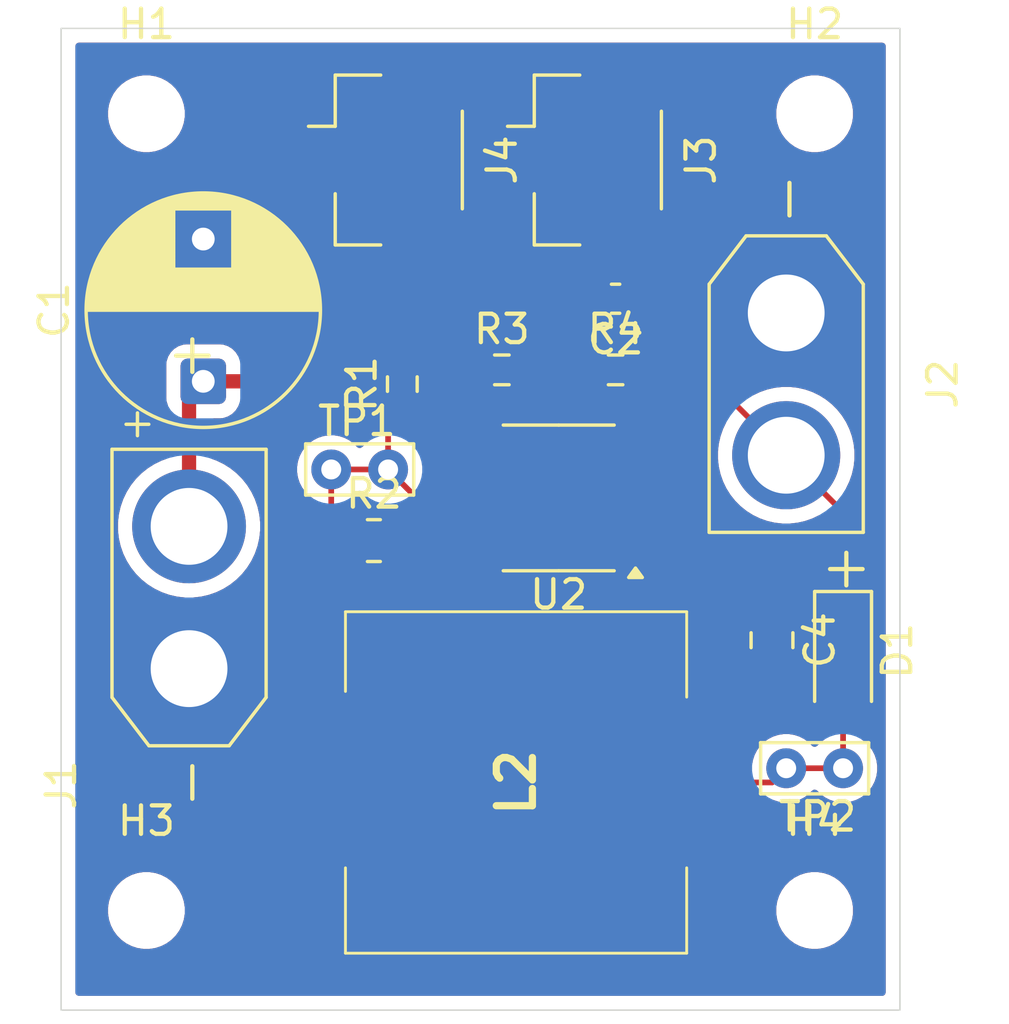
<source format=kicad_pcb>
(kicad_pcb (version 20241229) (generator "pcbnew") (generator_version "9.0")
  (layers (0 "F.Cu" signal) (2 "B.Cu" signal) (13 "F.Paste" user) (15 "B.Paste" user) (5 "F.SilkS" user "F.Silkscreen") (7 "B.SilkS" user "B.Silkscreen") (1 "F.Mask" user) (3 "B.Mask" user) (25 "Edge.Cuts" user))
  (net 0 "")
  (net 1 "+12V")
  (net 2 "GND")
  (net 3 "VCC")
  (net 4 "Net-(U2-CT)")
  (net 5 "Net-(D1-A)")
  (net 6 "/CAN-")
  (net 7 "/CAN+")
  (net 8 "Net-(U2-I_{PK})")
  (net 9 "Net-(U2-DC)")
  (net 10 "Net-(U2-COMP-)")
  (footprint "Resistor_SMD:R_0603_1608Metric_Pad0.98x0.95mm_HandSolder" (layer "F.Cu") (at 145.5 86 90)
    (property "Reference" "R1" (at 0 -1.43 90) (layer "F.SilkS"))
    (property "Value" ".22")
    (fp_line (start -0.254724 -0.5225) (end 0.254724 -0.5225) (stroke (width 0.12)) (layer "F.SilkS"))
    (fp_line (start -0.254724 0.5225) (end 0.254724 0.5225) (stroke (width 0.12)) (layer "F.SilkS"))
    (pad "1" smd roundrect (at -0.9125 0 90) (size 0.975 0.95) (layers "F.Cu" "F.Mask" "F.Paste") (net 8 "Net-(U2-I_{PK})"))
    (pad "2" smd roundrect (at 0.9125 0 90) (size 0.975 0.95) (layers "F.Cu" "F.Mask" "F.Paste") (net 1 "+12V"))
  )
  (footprint "Capacitor_SMD:C_0603_1608Metric_Pad1.08x0.95mm_HandSolder" (layer "F.Cu") (at 153 83 180)
    (property "Reference" "C2" (at 0 -1.43 0) (layer "F.SilkS"))
    (property "Value" "330u")
    (fp_line (start -0.146267 0.51) (end 0.146267 0.51) (stroke (width 0.12)) (layer "F.SilkS"))
    (fp_line (start -0.146267 -0.51) (end 0.146267 -0.51) (stroke (width 0.12)) (layer "F.SilkS"))
    (pad "1" smd roundrect (at -0.8625 0 180) (size 1.075 0.95) (layers "F.Cu" "F.Mask" "F.Paste") (net 3 "VCC"))
    (pad "2" smd roundrect (at 0.8625 0 180) (size 1.075 0.95) (layers "F.Cu" "F.Mask" "F.Paste") (net 2 "GND"))
  )
  (footprint "MountingHole:MountingHole_2.2mm_M2" (layer "F.Cu") (at 136.5 76.5)
    (property "Reference" "H1" (at 0 -3.15 0) (layer "F.SilkS"))
    (property "Value" "MountingHole")
    (pad "" np_thru_hole circle (at 0 0) (size 2.2 2.2) (drill 2.2) (layers "*.Cu" "*.Mask"))
  )
  (footprint "Diode_SMD:D_SOD-123F" (layer "F.Cu") (at 161 95.5 -90)
    (property "Reference" "D1" (at -0.127 -1.905 90) (layer "F.SilkS"))
    (property "Value" "1N5819")
    (fp_line (start -2.21 1) (end 1.65 1) (stroke (width 0.12)) (layer "F.SilkS"))
    (fp_line (start -2.21 -1) (end -2.21 1) (stroke (width 0.12)) (layer "F.SilkS"))
    (fp_line (start -2.21 -1) (end 1.65 -1) (stroke (width 0.12)) (layer "F.SilkS"))
    (pad "1" smd roundrect (at -1.4 0 270) (size 1.1 1.1) (layers "F.Cu" "F.Mask" "F.Paste") (roundrect_rratio 0.2272727273) (net 3 "VCC"))
    (pad "2" smd roundrect (at 1.4 0 270) (size 1.1 1.1) (layers "F.Cu" "F.Mask" "F.Paste") (roundrect_rratio 0.2272727273) (net 5 "Net-(D1-A)"))
  )
  (footprint "Connector_JST:JST_GH_BM02B-GHS-TBT_1x02-1MP_P1.25mm_Vertical" (layer "F.Cu") (at 145 78.125 -90)
    (property "Reference" "J4" (at 0 -4 90) (layer "F.SilkS"))
    (property "Value" "Conn_01x02")
    (fp_line (start -2.985 1.86) (end -1.185 1.86) (stroke (width 0.12)) (layer "F.SilkS"))
    (fp_line (start -1.185 1.86) (end -1.185 2.8) (stroke (width 0.12)) (layer "F.SilkS"))
    (fp_line (start 2.985 1.86) (end 1.185 1.86) (stroke (width 0.12)) (layer "F.SilkS"))
    (fp_line (start -2.985 0.26) (end -2.985 1.86) (stroke (width 0.12)) (layer "F.SilkS"))
    (fp_line (start 2.985 0.26) (end 2.985 1.86) (stroke (width 0.12)) (layer "F.SilkS"))
    (fp_line (start -1.715 -2.61) (end 1.715 -2.61) (stroke (width 0.12)) (layer "F.SilkS"))
    (pad "1" smd roundrect (at -0.625 1.95 270) (size 0.6 1.7) (layers "F.Cu" "F.Mask" "F.Paste") (net 6 "/CAN-"))
    (pad "2" smd roundrect (at 0.625 1.95 270) (size 0.6 1.7) (layers "F.Cu" "F.Mask" "F.Paste") (net 7 "/CAN+"))
    (pad "MP" smd roundrect (at -2.475 -1.4 270) (size 1 2.8) (layers "F.Cu" "F.Mask" "F.Paste"))
    (pad "MP" smd roundrect (at 2.475 -1.4 270) (size 1 2.8) (layers "F.Cu" "F.Mask" "F.Paste"))
  )
  (footprint "Resistor_SMD:R_0603_1608Metric_Pad0.98x0.95mm_HandSolder" (layer "F.Cu") (at 149 85.5)
    (property "Reference" "R3" (at 0 -1.43 0) (layer "F.SilkS"))
    (property "Value" "2.2k")
    (fp_line (start -0.254724 -0.5225) (end 0.254724 -0.5225) (stroke (width 0.12)) (layer "F.SilkS"))
    (fp_line (start -0.254724 0.5225) (end 0.254724 0.5225) (stroke (width 0.12)) (layer "F.SilkS"))
    (pad "1" smd roundrect (at -0.9125 0) (size 0.975 0.95) (layers "F.Cu" "F.Mask" "F.Paste") (net 2 "GND"))
    (pad "2" smd roundrect (at 0.9125 0) (size 0.975 0.95) (layers "F.Cu" "F.Mask" "F.Paste") (net 10 "Net-(U2-COMP-)"))
  )
  (footprint "example_library:SRR1210181M" (layer "F.Cu") (at 149.5 100 90)
    (property "Reference" "L2" (at 0 0 90) (layer "F.SilkS") (effects (font (size 1.27 1.27) (thickness 0.254))))
    (property "Value" "170u" (hide yes))
    (fp_line (start 6 -6) (end 6 6) (stroke (width 0.1)) (layer "F.SilkS"))
    (fp_line (start 3.2 -6) (end 6 -6) (stroke (width 0.1)) (layer "F.SilkS"))
    (fp_line (start -3 -6) (end -6 -6) (stroke (width 0.1)) (layer "F.SilkS"))
    (fp_line (start -6 -6) (end -6 6) (stroke (width 0.1)) (layer "F.SilkS"))
    (fp_line (start 6 6) (end 3 6) (stroke (width 0.1)) (layer "F.SilkS"))
    (fp_line (start -6 6) (end -3 6) (stroke (width 0.1)) (layer "F.SilkS"))
    (pad "1" smd rect (at 0 -5.05 180) (size 2.8 5.3) (layers "F.Cu" "F.Mask" "F.Paste") (net 8 "Net-(U2-I_{PK})"))
    (pad "2" smd rect (at 0 5.05 180) (size 2.8 5.3) (layers "F.Cu" "F.Mask" "F.Paste") (net 5 "Net-(D1-A)"))
  )
  (footprint "TestPoint:TestPoint_Bridge_Pitch2.0mm_Drill0.7mm" (layer "F.Cu") (at 159 99.5)
    (property "Reference" "TP2" (at 1.1 1.7 0) (layer "F.SilkS"))
    (property "Value" "TestPoint")
    (fp_line (start -0.9 -0.9) (end -0.9 0.9) (stroke (width 0.12)) (layer "F.SilkS"))
    (fp_line (start -0.9 0.9) (end 2.9 0.9) (stroke (width 0.12)) (layer "F.SilkS"))
    (fp_line (start 2.9 -0.9) (end -0.9 -0.9) (stroke (width 0.12)) (layer "F.SilkS"))
    (fp_line (start 2.9 0.9) (end 2.9 -0.9) (stroke (width 0.12)) (layer "F.SilkS"))
    (pad "1" thru_hole circle (at 0 0) (size 1.4 1.4) (drill 0.7) (layers "*.Cu" "*.Mask") (net 5 "Net-(D1-A)"))
    (pad "1" thru_hole circle (at 2 0) (size 1.4 1.4) (drill 0.7) (layers "*.Cu" "*.Mask") (net 5 "Net-(D1-A)"))
  )
  (footprint "Capacitor_SMD:C_0805_2012Metric" (layer "F.Cu") (at 158.5 95 -90)
    (property "Reference" "C4" (at 0 -1.68 90) (layer "F.SilkS"))
    (property "Value" "1500p")
    (fp_line (start -0.261252 0.735) (end 0.261252 0.735) (stroke (width 0.12)) (layer "F.SilkS"))
    (fp_line (start -0.261252 -0.735) (end 0.261252 -0.735) (stroke (width 0.12)) (layer "F.SilkS"))
    (pad "1" smd roundrect (at -0.95 0 270) (size 1 1.45) (layers "F.Cu" "F.Mask" "F.Paste") (net 4 "Net-(U2-CT)"))
    (pad "2" smd roundrect (at 0.95 0 270) (size 1 1.45) (layers "F.Cu" "F.Mask" "F.Paste") (net 2 "GND"))
  )
  (footprint "Connector_AMASS:AMASS_XT30U-F_1x02_P5.0mm_Vertical" (layer "F.Cu") (at 138 96 90)
    (property "Reference" "J1" (at -4.0875 -4.5 90) (layer "F.SilkS"))
    (property "Value" "Conn_01x02")
    (fp_line (start 7.71 -2.71) (end 7.71 2.71) (stroke (width 0.12)) (layer "F.SilkS"))
    (fp_line (start -1.01 -2.71) (end 7.71 -2.71) (stroke (width 0.12)) (layer "F.SilkS"))
    (fp_line (start -2.71 -1.41) (end -1.01 -2.71) (stroke (width 0.12)) (layer "F.SilkS"))
    (fp_line (start -2.71 -1.41) (end -2.71 1.41) (stroke (width 0.12)) (layer "F.SilkS"))
    (fp_line (start -2.71 1.41) (end -1.01 2.71) (stroke (width 0.12)) (layer "F.SilkS"))
    (fp_line (start -1.01 2.71) (end 7.71 2.71) (stroke (width 0.12)) (layer "F.SilkS"))
    (fp_text user "-" (at -4 0 90) (layer "F.SilkS") (effects (font (size 1.5 1.5))))
    (fp_text user "+" (at 11 0 90) (layer "F.SilkS") (effects (font (size 1.5 1.5))))
    (pad "1" thru_hole roundrect (at 0 0 90) (size 3.8 3.8) (drill 2.7) (layers "*.Cu" "*.Mask") (roundrect_rratio 0.2) (net 2 "GND"))
    (pad "2" thru_hole circle (at 5 0 90) (size 4 4) (drill 2.7) (layers "*.Cu" "*.Mask") (net 1 "+12V"))
  )
  (footprint "Resistor_SMD:R_0603_1608Metric_Pad0.98x0.95mm_HandSolder" (layer "F.Cu") (at 153 85.5)
    (property "Reference" "R4" (at 0 -1.43 0) (layer "F.SilkS"))
    (property "Value" "47k")
    (fp_line (start -0.254724 -0.5225) (end 0.254724 -0.5225) (stroke (width 0.12)) (layer "F.SilkS"))
    (fp_line (start -0.254724 0.5225) (end 0.254724 0.5225) (stroke (width 0.12)) (layer "F.SilkS"))
    (pad "1" smd roundrect (at -0.9125 0) (size 0.975 0.95) (layers "F.Cu" "F.Mask" "F.Paste") (net 10 "Net-(U2-COMP-)"))
    (pad "2" smd roundrect (at 0.9125 0) (size 0.975 0.95) (layers "F.Cu" "F.Mask" "F.Paste") (net 3 "VCC"))
  )
  (footprint "MountingHole:MountingHole_2.2mm_M2" (layer "F.Cu") (at 136.5 104.5)
    (property "Reference" "H3" (at 0 -3.15 0) (layer "F.SilkS"))
    (property "Value" "MountingHole")
    (pad "" np_thru_hole circle (at 0 0) (size 2.2 2.2) (drill 2.2) (layers "*.Cu" "*.Mask"))
  )
  (footprint "Connector_AMASS:AMASS_XT30U-M_1x02_P5.0mm_Vertical" (layer "F.Cu") (at 159 83.5 -90)
    (property "Reference" "J2" (at 2.5 -5.5 90) (layer "F.SilkS"))
    (property "Value" "Conn_01x02")
    (fp_line (start -1.01 2.71) (end 7.71 2.71) (stroke (width 0.12)) (layer "F.SilkS"))
    (fp_line (start -2.71 1.41) (end -1.01 2.71) (stroke (width 0.12)) (layer "F.SilkS"))
    (fp_line (start -2.71 -1.41) (end -2.71 1.41) (stroke (width 0.12)) (layer "F.SilkS"))
    (fp_line (start -2.71 -1.41) (end -1.01 -2.71) (stroke (width 0.12)) (layer "F.SilkS"))
    (fp_line (start -1.01 -2.71) (end 7.71 -2.71) (stroke (width 0.12)) (layer "F.SilkS"))
    (fp_line (start 7.71 -2.71) (end 7.71 2.71) (stroke (width 0.12)) (layer "F.SilkS"))
    (fp_text user "-" (at -4 0 90) (layer "F.SilkS") (effects (font (size 1.5 1.5))))
    (fp_text user "+" (at 9 -2 90) (layer "F.SilkS") (effects (font (size 1.5 1.5))))
    (pad "1" thru_hole roundrect (at 0 0 270) (size 3.8 3.8) (drill 2.7) (layers "*.Cu" "*.Mask") (roundrect_rratio 0.2) (net 2 "GND"))
    (pad "2" thru_hole circle (at 5 0 270) (size 3.8 3.8) (drill 2.7) (layers "*.Cu" "*.Mask") (net 3 "VCC"))
  )
  (footprint "Connector_JST:JST_GH_BM02B-GHS-TBT_1x02-1MP_P1.25mm_Vertical" (layer "F.Cu") (at 152 78.125 -90)
    (property "Reference" "J3" (at 0 -4 90) (layer "F.SilkS"))
    (property "Value" "Conn_01x02")
    (fp_line (start -2.985 1.86) (end -1.185 1.86) (stroke (width 0.12)) (layer "F.SilkS"))
    (fp_line (start -1.185 1.86) (end -1.185 2.8) (stroke (width 0.12)) (layer "F.SilkS"))
    (fp_line (start 2.985 1.86) (end 1.185 1.86) (stroke (width 0.12)) (layer "F.SilkS"))
    (fp_line (start -2.985 0.26) (end -2.985 1.86) (stroke (width 0.12)) (layer "F.SilkS"))
    (fp_line (start 2.985 0.26) (end 2.985 1.86) (stroke (width 0.12)) (layer "F.SilkS"))
    (fp_line (start -1.715 -2.61) (end 1.715 -2.61) (stroke (width 0.12)) (layer "F.SilkS"))
    (pad "1" smd roundrect (at -0.625 1.95 270) (size 0.6 1.7) (layers "F.Cu" "F.Mask" "F.Paste") (net 6 "/CAN-"))
    (pad "2" smd roundrect (at 0.625 1.95 270) (size 0.6 1.7) (layers "F.Cu" "F.Mask" "F.Paste") (net 7 "/CAN+"))
    (pad "MP" smd roundrect (at -2.475 -1.4 270) (size 1 2.8) (layers "F.Cu" "F.Mask" "F.Paste"))
    (pad "MP" smd roundrect (at 2.475 -1.4 270) (size 1 2.8) (layers "F.Cu" "F.Mask" "F.Paste"))
  )
  (footprint "Package_SO:SOIC-8_3.9x4.9mm_P1.27mm" (layer "F.Cu") (at 151 90 180)
    (property "Reference" "U2" (at 0 -3.4 0) (layer "F.SilkS"))
    (property "Value" "MC34063A")
    (fp_line (start 0 2.56) (end 1.95 2.56) (stroke (width 0.12)) (layer "F.SilkS"))
    (fp_line (start 0 2.56) (end -1.95 2.56) (stroke (width 0.12)) (layer "F.SilkS"))
    (fp_line (start 0 -2.56) (end 1.95 -2.56) (stroke (width 0.12)) (layer "F.SilkS"))
    (fp_line (start 0 -2.56) (end -1.95 -2.56) (stroke (width 0.12)) (layer "F.SilkS"))
    (fp_poly (pts (xy -2.7 -2.465) (xy -2.94 -2.795) (xy -2.46 -2.795)) (stroke (width 0.12)) (fill yes) (layer "F.SilkS"))
    (pad "1" smd roundrect (at -2.475 -1.905 180) (size 1.95 0.6) (layers "F.Cu" "F.Mask" "F.Paste") (net 5 "Net-(D1-A)"))
    (pad "2" smd roundrect (at -2.475 -0.635 180) (size 1.95 0.6) (layers "F.Cu" "F.Mask" "F.Paste") (net 2 "GND"))
    (pad "3" smd roundrect (at -2.475 0.635 180) (size 1.95 0.6) (layers "F.Cu" "F.Mask" "F.Paste") (net 4 "Net-(U2-CT)"))
    (pad "4" smd roundrect (at -2.475 1.905 180) (size 1.95 0.6) (layers "F.Cu" "F.Mask" "F.Paste") (net 2 "GND"))
    (pad "5" smd roundrect (at 2.475 1.905 180) (size 1.95 0.6) (layers "F.Cu" "F.Mask" "F.Paste") (net 10 "Net-(U2-COMP-)"))
    (pad "6" smd roundrect (at 2.475 0.635 180) (size 1.95 0.6) (layers "F.Cu" "F.Mask" "F.Paste") (net 1 "+12V"))
    (pad "7" smd roundrect (at 2.475 -0.635 180) (size 1.95 0.6) (layers "F.Cu" "F.Mask" "F.Paste") (net 8 "Net-(U2-I_{PK})"))
    (pad "8" smd roundrect (at 2.475 -1.905 180) (size 1.95 0.6) (layers "F.Cu" "F.Mask" "F.Paste") (net 9 "Net-(U2-DC)"))
  )
  (footprint "Resistor_SMD:R_0805_2012Metric_Pad1.20x1.40mm_HandSolder" (layer "F.Cu") (at 144.5 91.5)
    (property "Reference" "R2" (at 0 -1.65 0) (layer "F.SilkS"))
    (property "Value" "180")
    (fp_line (start -0.227064 -0.735) (end 0.227064 -0.735) (stroke (width 0.12)) (layer "F.SilkS"))
    (fp_line (start -0.227064 0.735) (end 0.227064 0.735) (stroke (width 0.12)) (layer "F.SilkS"))
    (pad "1" smd roundrect (at -1 0) (size 1.2 1.4) (layers "F.Cu" "F.Mask" "F.Paste") (roundrect_rratio 0.208333) (net 8 "Net-(U2-I_{PK})"))
    (pad "2" smd roundrect (at 1 0) (size 1.2 1.4) (layers "F.Cu" "F.Mask" "F.Paste") (roundrect_rratio 0.208333) (net 9 "Net-(U2-DC)"))
  )
  (footprint "Capacitor_THT:CP_Radial_D8.0mm_P5.00mm" (layer "F.Cu") (at 138.5 85.902651 90)
    (property "Reference" "C1" (at 2.5 -5.25 90) (layer "F.SilkS"))
    (property "Value" "100u")
    (fp_line (start 2.54 -4.08) (end 2.54 4.08) (stroke (width 0.12)) (layer "F.SilkS"))
    (fp_line (start 2.5 -4.08) (end 2.5 4.08) (stroke (width 0.12)) (layer "F.SilkS"))
    (fp_line (start 2.58 -4.079) (end 2.58 4.079) (stroke (width 0.12)) (layer "F.SilkS"))
    (fp_line (start 2.62 -4.078) (end 2.62 4.078) (stroke (width 0.12)) (layer "F.SilkS"))
    (fp_line (start 2.66 -4.077) (end 2.66 4.077) (stroke (width 0.12)) (layer "F.SilkS"))
    (fp_line (start 2.7 -4.075) (end 2.7 4.075) (stroke (width 0.12)) (layer "F.SilkS"))
    (fp_line (start 2.74 -4.073) (end 2.74 4.073) (stroke (width 0.12)) (layer "F.SilkS"))
    (fp_line (start 2.78 -4.07) (end 2.78 4.07) (stroke (width 0.12)) (layer "F.SilkS"))
    (fp_line (start 2.82 -4.068) (end 2.82 4.068) (stroke (width 0.12)) (layer "F.SilkS"))
    (fp_line (start 2.86 -4.064) (end 2.86 4.064) (stroke (width 0.12)) (layer "F.SilkS"))
    (fp_line (start 2.9 -4.061) (end 2.9 4.061) (stroke (width 0.12)) (layer "F.SilkS"))
    (fp_line (start 2.94 -4.056) (end 2.94 4.056) (stroke (width 0.12)) (layer "F.SilkS"))
    (fp_line (start 2.98 -4.052) (end 2.98 4.052) (stroke (width 0.12)) (layer "F.SilkS"))
    (fp_line (start 3.02 -4.047) (end 3.02 4.047) (stroke (width 0.12)) (layer "F.SilkS"))
    (fp_line (start 3.06 -4.042) (end 3.06 4.042) (stroke (width 0.12)) (layer "F.SilkS"))
    (fp_line (start 3.1 -4.036) (end 3.1 4.036) (stroke (width 0.12)) (layer "F.SilkS"))
    (fp_line (start 3.14 -4.03) (end 3.14 4.03) (stroke (width 0.12)) (layer "F.SilkS"))
    (fp_line (start 3.18 -4.023) (end 3.18 4.023) (stroke (width 0.12)) (layer "F.SilkS"))
    (fp_line (start 3.22 -4.017) (end 3.22 4.017) (stroke (width 0.12)) (layer "F.SilkS"))
    (fp_line (start 3.26 -4.009) (end 3.26 4.009) (stroke (width 0.12)) (layer "F.SilkS"))
    (fp_line (start 3.3 -4.002) (end 3.3 4.002) (stroke (width 0.12)) (layer "F.SilkS"))
    (fp_line (start 3.34 -3.993) (end 3.34 3.993) (stroke (width 0.12)) (layer "F.SilkS"))
    (fp_line (start 3.38 -3.985) (end 3.38 3.985) (stroke (width 0.12)) (layer "F.SilkS"))
    (fp_line (start 3.42 -3.976) (end 3.42 3.976) (stroke (width 0.12)) (layer "F.SilkS"))
    (fp_line (start 3.46 -3.967) (end 3.46 3.967) (stroke (width 0.12)) (layer "F.SilkS"))
    (fp_line (start 3.5 -3.957) (end 3.5 3.957) (stroke (width 0.12)) (layer "F.SilkS"))
    (fp_line (start 3.54 -3.947) (end 3.54 3.947) (stroke (width 0.12)) (layer "F.SilkS"))
    (fp_line (start 3.58 -3.936) (end 3.58 3.936) (stroke (width 0.12)) (layer "F.SilkS"))
    (fp_line (start 3.62 -3.925) (end 3.62 3.925) (stroke (width 0.12)) (layer "F.SilkS"))
    (fp_line (start 3.66 -3.913) (end 3.66 3.913) (stroke (width 0.12)) (layer "F.SilkS"))
    (fp_line (start 3.7 -3.901) (end 3.7 3.901) (stroke (width 0.12)) (layer "F.SilkS"))
    (fp_line (start 3.74 -3.889) (end 3.74 3.889) (stroke (width 0.12)) (layer "F.SilkS"))
    (fp_line (start 3.78 -3.876) (end 3.78 3.876) (stroke (width 0.12)) (layer "F.SilkS"))
    (fp_line (start 3.82 -3.863) (end 3.82 3.863) (stroke (width 0.12)) (layer "F.SilkS"))
    (fp_line (start 3.86 -3.849) (end 3.86 3.849) (stroke (width 0.12)) (layer "F.SilkS"))
    (fp_line (start 3.9 -3.835) (end 3.9 3.835) (stroke (width 0.12)) (layer "F.SilkS"))
    (fp_line (start 3.94 -3.82) (end 3.94 3.82) (stroke (width 0.12)) (layer "F.SilkS"))
    (fp_line (start 3.98 -3.805) (end 3.98 -1.04) (stroke (width 0.12)) (layer "F.SilkS"))
    (fp_line (start 4.02 -3.789) (end 4.02 -1.04) (stroke (width 0.12)) (layer "F.SilkS"))
    (fp_line (start 4.06 -3.773) (end 4.06 -1.04) (stroke (width 0.12)) (layer "F.SilkS"))
    (fp_line (start 4.1 -3.757) (end 4.1 -1.04) (stroke (width 0.12)) (layer "F.SilkS"))
    (fp_line (start 4.14 -3.74) (end 4.14 -1.04) (stroke (width 0.12)) (layer "F.SilkS"))
    (fp_line (start 4.18 -3.722) (end 4.18 -1.04) (stroke (width 0.12)) (layer "F.SilkS"))
    (fp_line (start 4.22 -3.704) (end 4.22 -1.04) (stroke (width 0.12)) (layer "F.SilkS"))
    (fp_line (start 4.26 -3.685) (end 4.26 -1.04) (stroke (width 0.12)) (layer "F.SilkS"))
    (fp_line (start 4.3 -3.666) (end 4.3 -1.04) (stroke (width 0.12)) (layer "F.SilkS"))
    (fp_line (start 4.34 -3.646) (end 4.34 -1.04) (stroke (width 0.12)) (layer "F.SilkS"))
    (fp_line (start 4.38 -3.626) (end 4.38 -1.04) (stroke (width 0.12)) (layer "F.SilkS"))
    (fp_line (start 4.42 -3.605) (end 4.42 -1.04) (stroke (width 0.12)) (layer "F.SilkS"))
    (fp_line (start 4.46 -3.584) (end 4.46 -1.04) (stroke (width 0.12)) (layer "F.SilkS"))
    (fp_line (start 4.5 -3.562) (end 4.5 -1.04) (stroke (width 0.12)) (layer "F.SilkS"))
    (fp_line (start 4.54 -3.539) (end 4.54 -1.04) (stroke (width 0.12)) (layer "F.SilkS"))
    (fp_line (start 4.58 -3.516) (end 4.58 -1.04) (stroke (width 0.12)) (layer "F.SilkS"))
    (fp_line (start 4.62 -3.493) (end 4.62 -1.04) (stroke (width 0.12)) (layer "F.SilkS"))
    (fp_line (start 4.66 -3.468) (end 4.66 -1.04) (stroke (width 0.12)) (layer "F.SilkS"))
    (fp_line (start 4.7 -3.443) (end 4.7 -1.04) (stroke (width 0.12)) (layer "F.SilkS"))
    (fp_line (start 4.74 -3.418) (end 4.74 -1.04) (stroke (width 0.12)) (layer "F.SilkS"))
    (fp_line (start 4.78 -3.392) (end 4.78 -1.04) (stroke (width 0.12)) (layer "F.SilkS"))
    (fp_line (start 4.82 -3.365) (end 4.82 -1.04) (stroke (width 0.12)) (layer "F.SilkS"))
    (fp_line (start 4.86 -3.337) (end 4.86 -1.04) (stroke (width 0.12)) (layer "F.SilkS"))
    (fp_line (start 4.9 -3.309) (end 4.9 -1.04) (stroke (width 0.12)) (layer "F.SilkS"))
    (fp_line (start 4.94 -3.28) (end 4.94 -1.04) (stroke (width 0.12)) (layer "F.SilkS"))
    (fp_line (start 4.98 -3.25) (end 4.98 -1.04) (stroke (width 0.12)) (layer "F.SilkS"))
    (fp_line (start 5.02 -3.219) (end 5.02 -1.04) (stroke (width 0.12)) (layer "F.SilkS"))
    (fp_line (start 5.06 -3.188) (end 5.06 -1.04) (stroke (width 0.12)) (layer "F.SilkS"))
    (fp_line (start 5.1 -3.156) (end 5.1 -1.04) (stroke (width 0.12)) (layer "F.SilkS"))
    (fp_line (start 5.14 -3.123) (end 5.14 -1.04) (stroke (width 0.12)) (layer "F.SilkS"))
    (fp_line (start 5.18 -3.089) (end 5.18 -1.04) (stroke (width 0.12)) (layer "F.SilkS"))
    (fp_line (start 5.22 -3.055) (end 5.22 -1.04) (stroke (width 0.12)) (layer "F.SilkS"))
    (fp_line (start 5.26 -3.019) (end 5.26 -1.04) (stroke (width 0.12)) (layer "F.SilkS"))
    (fp_line (start 5.3 -2.982) (end 5.3 -1.04) (stroke (width 0.12)) (layer "F.SilkS"))
    (fp_line (start 5.34 -2.945) (end 5.34 -1.04) (stroke (width 0.12)) (layer "F.SilkS"))
    (fp_line (start 5.38 -2.906) (end 5.38 -1.04) (stroke (width 0.12)) (layer "F.SilkS"))
    (fp_line (start 5.42 -2.867) (end 5.42 -1.04) (stroke (width 0.12)) (layer "F.SilkS"))
    (fp_line (start 5.46 -2.826) (end 5.46 -1.04) (stroke (width 0.12)) (layer "F.SilkS"))
    (fp_line (start 5.5 -2.784) (end 5.5 -1.04) (stroke (width 0.12)) (layer "F.SilkS"))
    (fp_line (start 5.54 -2.741) (end 5.54 -1.04) (stroke (width 0.12)) (layer "F.SilkS"))
    (fp_line (start -1.509698 -2.715) (end -1.509698 -1.915) (stroke (width 0.12)) (layer "F.SilkS"))
    (fp_line (start 5.58 -2.696) (end 5.58 -1.04) (stroke (width 0.12)) (layer "F.SilkS"))
    (fp_line (start 5.62 -2.651) (end 5.62 -1.04) (stroke (width 0.12)) (layer "F.SilkS"))
    (fp_line (start 5.66 -2.604) (end 5.66 -1.04) (stroke (width 0.12)) (layer "F.SilkS"))
    (fp_line (start 5.7 -2.555) (end 5.7 -1.04) (stroke (width 0.12)) (layer "F.SilkS"))
    (fp_line (start 5.74 -2.505) (end 5.74 -1.04) (stroke (width 0.12)) (layer "F.SilkS"))
    (fp_line (start 5.78 -2.453) (end 5.78 -1.04) (stroke (width 0.12)) (layer "F.SilkS"))
    (fp_line (start 5.82 -2.4) (end 5.82 -1.04) (stroke (width 0.12)) (layer "F.SilkS"))
    (fp_line (start 5.86 -2.344) (end 5.86 -1.04) (stroke (width 0.12)) (layer "F.SilkS"))
    (fp_line (start -1.909698 -2.315) (end -1.109698 -2.315) (stroke (width 0.12)) (layer "F.SilkS"))
    (fp_line (start 5.9 -2.287) (end 5.9 -1.04) (stroke (width 0.12)) (layer "F.SilkS"))
    (fp_line (start 5.94 -2.227) (end 5.94 -1.04) (stroke (width 0.12)) (layer "F.SilkS"))
    (fp_line (start 5.98 -2.165) (end 5.98 -1.04) (stroke (width 0.12)) (layer "F.SilkS"))
    (fp_line (start 6.02 -2.101) (end 6.02 -1.04) (stroke (width 0.12)) (layer "F.SilkS"))
    (fp_line (start 6.06 -2.034) (end 6.06 2.034) (stroke (width 0.12)) (layer "F.SilkS"))
    (fp_line (start 6.1 -1.964) (end 6.1 1.964) (stroke (width 0.12)) (layer "F.SilkS"))
    (fp_line (start 6.14 -1.89) (end 6.14 1.89) (stroke (width 0.12)) (layer "F.SilkS"))
    (fp_line (start 6.18 -1.813) (end 6.18 1.813) (stroke (width 0.12)) (layer "F.SilkS"))
    (fp_line (start 6.22 -1.731) (end 6.22 1.731) (stroke (width 0.12)) (layer "F.SilkS"))
    (fp_line (start 6.26 -1.644) (end 6.26 1.644) (stroke (width 0.12)) (layer "F.SilkS"))
    (fp_line (start 6.3 -1.552) (end 6.3 1.552) (stroke (width 0.12)) (layer "F.SilkS"))
    (fp_line (start 6.34 -1.453) (end 6.34 1.453) (stroke (width 0.12)) (layer "F.SilkS"))
    (fp_line (start 6.38 -1.346) (end 6.38 1.346) (stroke (width 0.12)) (layer "F.SilkS"))
    (fp_line (start 6.42 -1.228) (end 6.42 1.228) (stroke (width 0.12)) (layer "F.SilkS"))
    (fp_line (start 6.46 -1.097) (end 6.46 1.097) (stroke (width 0.12)) (layer "F.SilkS"))
    (fp_line (start 6.5 -0.947) (end 6.5 0.947) (stroke (width 0.12)) (layer "F.SilkS"))
    (fp_line (start 6.54 -0.768) (end 6.54 0.768) (stroke (width 0.12)) (layer "F.SilkS"))
    (fp_line (start 6.58 -0.533) (end 6.58 0.533) (stroke (width 0.12)) (layer "F.SilkS"))
    (fp_line (start 6.02 1.04) (end 6.02 2.101) (stroke (width 0.12)) (layer "F.SilkS"))
    (fp_line (start 5.98 1.04) (end 5.98 2.165) (stroke (width 0.12)) (layer "F.SilkS"))
    (fp_line (start 5.94 1.04) (end 5.94 2.227) (stroke (width 0.12)) (layer "F.SilkS"))
    (fp_line (start 5.9 1.04) (end 5.9 2.287) (stroke (width 0.12)) (layer "F.SilkS"))
    (fp_line (start 5.86 1.04) (end 5.86 2.344) (stroke (width 0.12)) (layer "F.SilkS"))
    (fp_line (start 5.82 1.04) (end 5.82 2.4) (stroke (width 0.12)) (layer "F.SilkS"))
    (fp_line (start 5.78 1.04) (end 5.78 2.453) (stroke (width 0.12)) (layer "F.SilkS"))
    (fp_line (start 5.74 1.04) (end 5.74 2.505) (stroke (width 0.12)) (layer "F.SilkS"))
    (fp_line (start 5.7 1.04) (end 5.7 2.555) (stroke (width 0.12)) (layer "F.SilkS"))
    (fp_line (start 5.66 1.04) (end 5.66 2.604) (stroke (width 0.12)) (layer "F.SilkS"))
    (fp_line (start 5.62 1.04) (end 5.62 2.651) (stroke (width 0.12)) (layer "F.SilkS"))
    (fp_line (start 5.58 1.04) (end 5.58 2.696) (stroke (width 0.12)) (layer "F.SilkS"))
    (fp_line (start 5.54 1.04) (end 5.54 2.741) (stroke (width 0.12)) (layer "F.SilkS"))
    (fp_line (start 5.5 1.04) (end 5.5 2.784) (stroke (width 0.12)) (layer "F.SilkS"))
    (fp_line (start 5.46 1.04) (end 5.46 2.826) (stroke (width 0.12)) (layer "F.SilkS"))
    (fp_line (start 5.42 1.04) (end 5.42 2.867) (stroke (width 0.12)) (layer "F.SilkS"))
    (fp_line (start 5.38 1.04) (end 5.38 2.906) (stroke (width 0.12)) (layer "F.SilkS"))
    (fp_line (start 5.34 1.04) (end 5.34 2.945) (stroke (width 0.12)) (layer "F.SilkS"))
    (fp_line (start 5.3 1.04) (end 5.3 2.982) (stroke (width 0.12)) (layer "F.SilkS"))
    (fp_line (start 5.26 1.04) (end 5.26 3.019) (stroke (width 0.12)) (layer "F.SilkS"))
    (fp_line (start 5.22 1.04) (end 5.22 3.055) (stroke (width 0.12)) (layer "F.SilkS"))
    (fp_line (start 5.18 1.04) (end 5.18 3.089) (stroke (width 0.12)) (layer "F.SilkS"))
    (fp_line (start 5.14 1.04) (end 5.14 3.123) (stroke (width 0.12)) (layer "F.SilkS"))
    (fp_line (start 5.1 1.04) (end 5.1 3.156) (stroke (width 0.12)) (layer "F.SilkS"))
    (fp_line (start 5.06 1.04) (end 5.06 3.188) (stroke (width 0.12)) (layer "F.SilkS"))
    (fp_line (start 5.02 1.04) (end 5.02 3.219) (stroke (width 0.12)) (layer "F.SilkS"))
    (fp_line (start 4.98 1.04) (end 4.98 3.25) (stroke (width 0.12)) (layer "F.SilkS"))
    (fp_line (start 4.94 1.04) (end 4.94 3.28) (stroke (width 0.12)) (layer "F.SilkS"))
    (fp_line (start 4.9 1.04) (end 4.9 3.309) (stroke (width 0.12)) (layer "F.SilkS"))
    (fp_line (start 4.86 1.04) (end 4.86 3.337) (stroke (width 0.12)) (layer "F.SilkS"))
    (fp_line (start 4.82 1.04) (end 4.82 3.365) (stroke (width 0.12)) (layer "F.SilkS"))
    (fp_line (start 4.78 1.04) (end 4.78 3.392) (stroke (width 0.12)) (layer "F.SilkS"))
    (fp_line (start 4.74 1.04) (end 4.74 3.418) (stroke (width 0.12)) (layer "F.SilkS"))
    (fp_line (start 4.7 1.04) (end 4.7 3.443) (stroke (width 0.12)) (layer "F.SilkS"))
    (fp_line (start 4.66 1.04) (end 4.66 3.468) (stroke (width 0.12)) (layer "F.SilkS"))
    (fp_line (start 4.62 1.04) (end 4.62 3.493) (stroke (width 0.12)) (layer "F.SilkS"))
    (fp_line (start 4.58 1.04) (end 4.58 3.516) (stroke (width 0.12)) (layer "F.SilkS"))
    (fp_line (start 4.54 1.04) (end 4.54 3.539) (stroke (width 0.12)) (layer "F.SilkS"))
    (fp_line (start 4.5 1.04) (end 4.5 3.562) (stroke (width 0.12)) (layer "F.SilkS"))
    (fp_line (start 4.46 1.04) (end 4.46 3.584) (stroke (width 0.12)) (layer "F.SilkS"))
    (fp_line (start 4.42 1.04) (end 4.42 3.605) (stroke (width 0.12)) (layer "F.SilkS"))
    (fp_line (start 4.38 1.04) (end 4.38 3.626) (stroke (width 0.12)) (layer "F.SilkS"))
    (fp_line (start 4.34 1.04) (end 4.34 3.646) (stroke (width 0.12)) (layer "F.SilkS"))
    (fp_line (start 4.3 1.04) (end 4.3 3.666) (stroke (width 0.12)) (layer "F.SilkS"))
    (fp_line (start 4.26 1.04) (end 4.26 3.685) (stroke (width 0.12)) (layer "F.SilkS"))
    (fp_line (start 4.22 1.04) (end 4.22 3.704) (stroke (width 0.12)) (layer "F.SilkS"))
    (fp_line (start 4.18 1.04) (end 4.18 3.722) (stroke (width 0.12)) (layer "F.SilkS"))
    (fp_line (start 4.14 1.04) (end 4.14 3.74) (stroke (width 0.12)) (layer "F.SilkS"))
    (fp_line (start 4.1 1.04) (end 4.1 3.757) (stroke (width 0.12)) (layer "F.SilkS"))
    (fp_line (start 4.06 1.04) (end 4.06 3.773) (stroke (width 0.12)) (layer "F.SilkS"))
    (fp_line (start 4.02 1.04) (end 4.02 3.789) (stroke (width 0.12)) (layer "F.SilkS"))
    (fp_line (start 3.98 1.04) (end 3.98 3.805) (stroke (width 0.12)) (layer "F.SilkS"))
    (fp_circle (center 2.5 0) (end 6.62 0) (stroke (width 0.12)) (fill no) (layer "F.SilkS"))
    (pad "1" thru_hole roundrect (at 0 0 90) (size 1.6 1.6) (drill 0.8) (layers "*.Cu" "*.Mask") (roundrect_rratio 0.15625) (net 1 "+12V"))
    (pad "2" thru_hole circle (at 5 0 90) (size 1.6 1.6) (drill 0.8) (layers "*.Cu" "*.Mask") (net 2 "GND"))
  )
  (footprint "MountingHole:MountingHole_2.2mm_M2" (layer "F.Cu") (at 160 76.5)
    (property "Reference" "H2" (at 0 -3.15 0) (layer "F.SilkS"))
    (property "Value" "MountingHole")
    (pad "" np_thru_hole circle (at 0 0) (size 2.2 2.2) (drill 2.2) (layers "*.Cu" "*.Mask"))
  )
  (footprint "MountingHole:MountingHole_2.2mm_M2" (layer "F.Cu") (at 160 104.5)
    (property "Reference" "H4" (at 0 -3.15 0) (layer "F.SilkS"))
    (property "Value" "MountingHole")
    (pad "" np_thru_hole circle (at 0 0) (size 2.2 2.2) (drill 2.2) (layers "*.Cu" "*.Mask"))
  )
  (footprint "TestPoint:TestPoint_Bridge_Pitch2.0mm_Drill0.7mm" (layer "F.Cu") (at 145 89 180)
    (property "Reference" "TP1" (at 1.1 1.7 0) (layer "F.SilkS"))
    (property "Value" "TestPoint")
    (fp_line (start 2.9 0.9) (end 2.9 -0.9) (stroke (width 0.12)) (layer "F.SilkS"))
    (fp_line (start 2.9 -0.9) (end -0.9 -0.9) (stroke (width 0.12)) (layer "F.SilkS"))
    (fp_line (start -0.9 0.9) (end 2.9 0.9) (stroke (width 0.12)) (layer "F.SilkS"))
    (fp_line (start -0.9 -0.9) (end -0.9 0.9) (stroke (width 0.12)) (layer "F.SilkS"))
    (pad "1" thru_hole circle (at 0 0 180) (size 1.4 1.4) (drill 0.7) (layers "*.Cu" "*.Mask") (net 8 "Net-(U2-I_{PK})"))
    (pad "1" thru_hole circle (at 2 0 180) (size 1.4 1.4) (drill 0.7) (layers "*.Cu" "*.Mask") (net 8 "Net-(U2-I_{PK})"))
  )
  (gr_rect (start 133.5 73.5) (end 163 108) (stroke (width 0.05)) (fill no) (layer "Edge.Cuts"))
  (segment (start 147.550001 89.365) (end 148.525 89.365) (width 0.2) (layer "F.Cu") (net 1))
  (segment (start 146.5 88.314999) (end 147.550001 89.365) (width 0.5) (layer "F.Cu") (net 1))
  (segment (start 146.5 86.0875) (end 146.5 88.314999) (width 0.5) (layer "F.Cu") (net 1))
  (segment (start 138.5 85.902651) (end 140.097349 85.902651) (width 0.5) (layer "F.Cu") (net 1))
  (segment (start 138 91) (end 138 86.402651) (width 0.5) (layer "F.Cu") (net 1))
  (segment (start 138 86.402651) (end 138.5 85.902651) (width 0.2) (layer "F.Cu") (net 1))
  (segment (start 140.9125 85.0875) (end 145.5 85.0875) (width 0.5) (layer "F.Cu") (net 1))
  (segment (start 140.097349 85.902651) (end 140.9125 85.0875) (width 0.5) (layer "F.Cu") (net 1))
  (segment (start 145.5 85.0875) (end 146.5 86.0875) (width 0.5) (layer "F.Cu") (net 1))
  (segment (start 153.9125 83.05) (end 153.8625 83) (width 0.2) (layer "F.Cu") (net 3))
  (segment (start 156 85.5) (end 153.9125 85.5) (width 0.2) (layer "F.Cu") (net 3))
  (segment (start 161 94.1) (end 161 90.5) (width 0.2) (layer "F.Cu") (net 3))
  (segment (start 153.9125 85.5) (end 153.9125 83.05) (width 0.2) (layer "F.Cu") (net 3))
  (segment (start 161 90.5) (end 159 88.5) (width 0.2) (layer "F.Cu") (net 3))
  (segment (start 159 88.5) (end 156 85.5) (width 0.2) (layer "F.Cu") (net 3))
  (segment (start 154.449999 89.365) (end 155.5 90.415001) (width 0.2) (layer "F.Cu") (net 4))
  (segment (start 155.5 92) (end 156.45 92) (width 0.2) (layer "F.Cu") (net 4))
  (segment (start 156.45 92) (end 158.5 94.05) (width 0.2) (layer "F.Cu") (net 4))
  (segment (start 153.475 89.365) (end 154.449999 89.365) (width 0.2) (layer "F.Cu") (net 4))
  (segment (start 155.5 90.415001) (end 155.5 92) (width 0.2) (layer "F.Cu") (net 4))
  (segment (start 158.5 100) (end 159 99.5) (width 0.2) (layer "F.Cu") (net 5))
  (segment (start 153.475 91.905) (end 154.55 92.98) (width 0.5) (layer "F.Cu") (net 5))
  (segment (start 159 99.5) (end 161 99.5) (width 0.2) (layer "F.Cu") (net 5))
  (segment (start 154.55 100) (end 158.5 100) (width 0.2) (layer "F.Cu") (net 5))
  (segment (start 161 99.5) (end 161 96.9) (width 0.2) (layer "F.Cu") (net 5))
  (segment (start 154.55 92.98) (end 154.55 100) (width 0.5) (layer "F.Cu") (net 5))
  (segment (start 148.374999 77.9) (end 148.774999 77.5) (width 0.2) (layer "F.Cu") (net 6))
  (segment (start 144.325001 77.5) (end 144.725001 77.9) (width 0.2) (layer "F.Cu") (net 6))
  (segment (start 148.774999 77.5) (end 150.05 77.5) (width 0.2) (layer "F.Cu") (net 6))
  (segment (start 144.725001 77.9) (end 148.374999 77.9) (width 0.2) (layer "F.Cu") (net 6))
  (segment (start 143.05 77.5) (end 144.325001 77.5) (width 0.2) (layer "F.Cu") (net 6))
  (segment (start 143.05 78.75) (end 144.325001 78.75) (width 0.2) (layer "F.Cu") (net 7))
  (segment (start 148.374999 78.35) (end 148.774999 78.75) (width 0.2) (layer "F.Cu") (net 7))
  (segment (start 144.725001 78.35) (end 148.374999 78.35) (width 0.2) (layer "F.Cu") (net 7))
  (segment (start 148.774999 78.75) (end 150.05 78.75) (width 0.2) (layer "F.Cu") (net 7))
  (segment (start 144.325001 78.75) (end 144.725001 78.35) (width 0.2) (layer "F.Cu") (net 7))
  (segment (start 145 89) (end 145 87.4125) (width 0.2) (layer "F.Cu") (net 8))
  (segment (start 143 91) (end 143.5 91.5) (width 0.2) (layer "F.Cu") (net 8))
  (segment (start 143 89) (end 145 89) (width 0.2) (layer "F.Cu") (net 8))
  (segment (start 143 89) (end 143 91) (width 0.2) (layer "F.Cu") (net 8))
  (segment (start 145 89) (end 146.635 90.635) (width 0.2) (layer "F.Cu") (net 8))
  (segment (start 146.635 90.635) (end 148.525 90.635) (width 0.2) (layer "F.Cu") (net 8))
  (segment (start 144.45 92.45) (end 143.5 91.5) (width 0.5) (layer "F.Cu") (net 8))
  (segment (start 144.45 100) (end 144.45 92.45) (width 0.5) (layer "F.Cu") (net 8))
  (segment (start 145 87.4125) (end 145.5 86.9125) (width 0.2) (layer "F.Cu") (net 8))
  (segment (start 148.12 91.5) (end 148.525 91.905) (width 0.2) (layer "F.Cu") (net 9))
  (segment (start 145.5 91.5) (end 148.12 91.5) (width 0.2) (layer "F.Cu") (net 9))
  (segment (start 149.9125 85.5) (end 149.9125 86.7075) (width 0.2) (layer "F.Cu") (net 10))
  (segment (start 149.9125 86.7075) (end 148.525 88.095) (width 0.2) (layer "F.Cu") (net 10))
  (segment (start 149.9125 85.5) (end 152.0875 85.5) (width 0.2) (layer "F.Cu") (net 10))
  (zone (net 2) (net_name "GND") (layers "F.Cu" "B.Cu") (connect_pads yes (clearance 0.5)) (min_thickness 0.25) (fill yes (thermal_gap 0.5) (thermal_bridge_width 0.5))
    (polygon (pts (xy 134 74) (xy 133.5 108) (xy 162.5 107.5) (xy 163 73.5)))
  )
)
</source>
